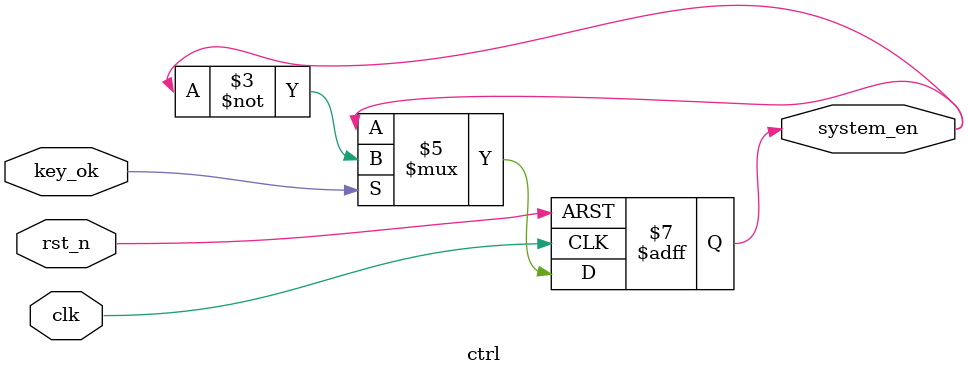
<source format=v>
module   ctrl(

   input   wire   clk    ,
   input   wire   rst_n  ,
   input   wire   key_ok    ,//按键信号

   output   reg    system_en //指令信号
    
);

always  @ (posedge clk , negedge rst_n)

begin
     if(~rst_n)
        system_en <= 1'b0  ;
     else if (key_ok)  //按键按下，指令发生变化
	     system_en <= ~system_en  ;
	 else
        system_en <= system_en  ;	
end




endmodule 
</source>
